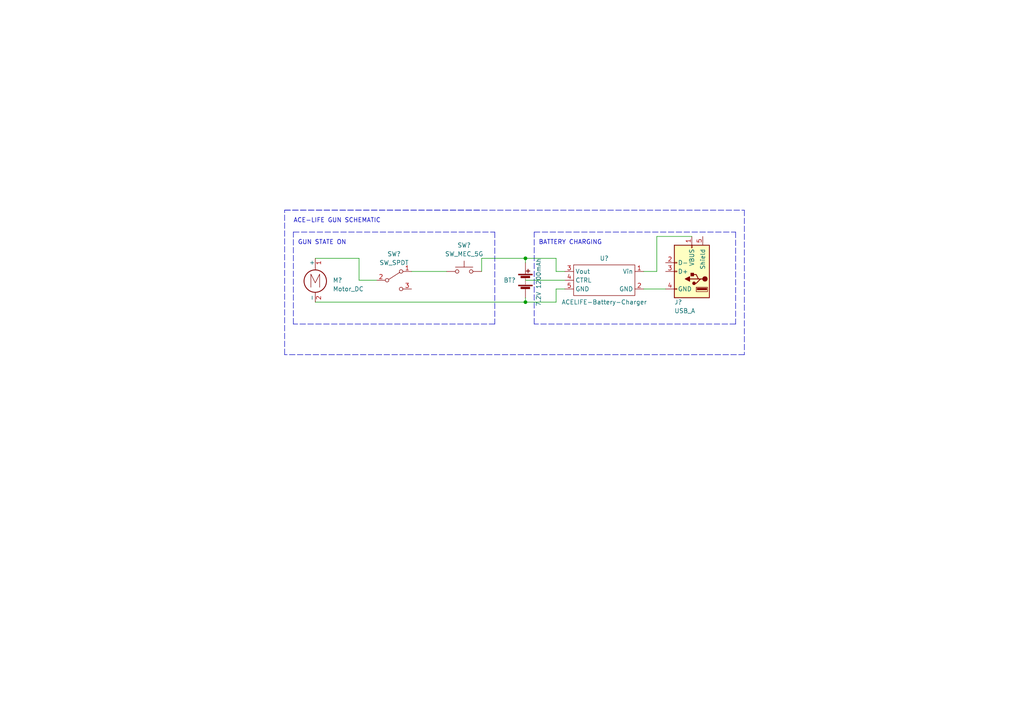
<source format=kicad_sch>
(kicad_sch (version 20211123) (generator eeschema)
  (paper "A4")
  (title_block (title "Water Gun Schematic") (date "2023-05-27") (company "JurGOn"))
  (lib_symbols
    (symbol "ACELIFE-Battery-Charger_1"
      (property "Reference" "U?" (at 0 10.16 0))
      (property "Value" "ACELIFE-Battery-Charger" (at 0 7.62 0))
      (symbol "ACELIFE-Battery-Charger_1_0_1"
        (rectangle (start 8.89 -4.445) (end -8.89 4.445))
      )
      (symbol "ACELIFE-Battery-Charger_1_1_1"
        (pin power_in line (at 11.43 2.54 180) (length 2.54) (name "Vin") (number "1"))
        (pin passive line (at 11.43 -2.54 180) (length 2.54) (name "GND") (number "2"))
        (pin power_out line (at -11.43 2.54 0) (length 2.54) (name "Vout") (number "3"))
        (pin passive line (at -11.43 0 0) (length 2.54) (name "CTRL") (number "4"))
        (pin passive line (at -11.43 -2.54 0) (length 2.54) (name "GND") (number "5"))
      )
    )
    (symbol "Battery_1" (pin_numbers hide) (pin_names (offset 0) hide)
      (property "Reference" "BT?" (at 3.81 1.6511 0))
      (property "Value" "Battery_1" (at 3.81 -0.8889 0))
      (symbol "Battery_1_0_1"
        (rectangle (start -2.032 -1.397) (end 2.032 -1.651) (fill (type outline)))
        (rectangle (start -2.032 1.778) (end 2.032 1.524) (fill (type outline)))
        (rectangle (start -1.3208 -1.9812) (end 1.27 -2.4892) (fill (type outline)))
        (rectangle (start -1.3208 1.1938) (end 1.27 0.6858) (fill (type outline)))
        (polyline (pts (xy 0 -1.524) (xy 0 -1.27)))
        (polyline (pts (xy 0 -1.016) (xy 0 -0.762)))
        (polyline (pts (xy 0 -0.508) (xy 0 -0.254)))
        (polyline (pts (xy 0 0) (xy 0 0.254)))
        (polyline (pts (xy 0 0.508) (xy 0 0.762)))
        (polyline (pts (xy 0 1.778) (xy 0 2.54)))
        (polyline (pts (xy 0.254 2.667) (xy 1.27 2.667)) (stroke (width 0.254)))
        (polyline (pts (xy 0.762 3.175) (xy 0.762 2.159)) (stroke (width 0.254)))
      )
      (symbol "Battery_1_1_1"
        (pin passive line (at 0 5.08 270) (length 2.54) (name "+") (number "1"))
        (pin passive line (at 0 -5.08 90) (length 2.54) (name "-") (number "2"))
      )
    )
    (symbol "Connector:USB_A" (pin_names (offset 1.016))
      (property "Reference" "J?" (at 8.89 1.2701 90))
      (property "Value" "USB_A" (at 8.89 -1.2699 90))
      (symbol "USB_A_0_1"
        (rectangle (start -5.08 -7.62) (end 5.08 7.62) (stroke (width 0.254)) (fill (type background)))
        (circle (center -3.81 2.159) (radius 0.635) (stroke (width 0.254)) (fill (type outline)))
        (rectangle (start -1.524 4.826) (end -4.318 5.334) (fill (type outline)))
        (rectangle (start -1.27 4.572) (end -4.572 5.842))
        (circle (center -0.635 3.429) (radius 0.381) (stroke (width 0.254)) (fill (type outline)))
        (rectangle (start -0.127 -7.62) (end 0.127 -6.858))
        (polyline (pts (xy -3.175 2.159) (xy -2.54 2.159) (xy -1.27 3.429) (xy -0.635 3.429)) (stroke (width 0.254)))
        (polyline (pts (xy -2.54 2.159) (xy -1.905 2.159) (xy -1.27 0.889) (xy 0 0.889)) (stroke (width 0.254)))
        (polyline (pts (xy 0.635 2.794) (xy 0.635 1.524) (xy 1.905 2.159) (xy 0.635 2.794)) (stroke (width 0.254)) (fill (type outline)))
        (rectangle (start 0.254 1.27) (end -0.508 0.508) (stroke (width 0.254)) (fill (type outline)))
        (rectangle (start 5.08 -2.667) (end 4.318 -2.413))
        (rectangle (start 5.08 -0.127) (end 4.318 0.127))
        (rectangle (start 5.08 4.953) (end 4.318 5.207))
      )
      (symbol "USB_A_1_1"
        (polyline (pts (xy -1.905 2.159) (xy 0.635 2.159)) (stroke (width 0.254)))
        (pin power_in line (at 0 -10.16 90) (length 2.54) (name "VBUS") (number "1"))
        (pin bidirectional line (at 7.62 -2.54 180) (length 2.54) (name "D-") (number "2"))
        (pin bidirectional line (at 7.62 0 180) (length 2.54) (name "D+") (number "3"))
        (pin power_in line (at 7.62 5.08 180) (length 2.54) (name "GND") (number "4"))
        (pin passive line (at -3.175 -10.16 90) (length 2.54) (name "Shield") (number "5"))
      )
    )
    (symbol "Motor:Motor_DC" (pin_names (offset 0))
      (property "Reference" "M" (at 2.54 2.54 0))
      (property "Value" "Motor_DC" (at 2.54 -5.08 0))
      (symbol "Motor_DC_0_0"
        (polyline (pts (xy -1.27 -3.302) (xy -1.27 0.508) (xy 0 -2.032) (xy 1.27 0.508) (xy 1.27 -3.302)))
      )
      (symbol "Motor_DC_0_1"
        (circle (center 0 -1.524) (radius 3.2512) (stroke (width 0.254)))
        (polyline (pts (xy 0 -7.62) (xy 0 -7.112)))
        (polyline (pts (xy 0 -4.7752) (xy 0 -5.1816)))
        (polyline (pts (xy 0 1.7272) (xy 0 2.0828)))
        (polyline (pts (xy 0 2.032) (xy 0 2.54)))
      )
      (symbol "Motor_DC_1_1"
        (pin passive line (at 0 5.08 270) (length 2.54) (name "+") (number "1"))
        (pin passive line (at 0 -7.62 90) (length 2.54) (name "-") (number "2"))
      )
    )
    (symbol "Switch:SW_MEC_5G" (pin_numbers hide) (pin_names (offset 1.016) hide)
      (property "Reference" "SW" (at 1.27 2.54 0))
      (property "Value" "SW_MEC_5G" (at 0 -1.524 0))
      (symbol "SW_MEC_5G_0_1"
        (circle (center -2.032 0) (radius 0.508))
        (polyline (pts (xy 0 1.27) (xy 0 3.048)))
        (polyline (pts (xy 2.54 1.27) (xy -2.54 1.27)))
        (circle (center 2.032 0) (radius 0.508))
        (pin passive line (at -5.08 0 0) (length 2.54) (name "A") (number "1"))
        (pin passive line (at 5.08 0 180) (length 2.54) (name "B") (number "3"))
      )
      (symbol "SW_MEC_5G_1_1"
        (pin passive line (at -5.08 0 0) (length 2.54) hide (name "A") (number "2"))
        (pin passive line (at 5.08 0 180) (length 2.54) hide (name "B") (number "4"))
      )
    )
    (symbol "Switch:SW_SPDT" (pin_names (offset 0) hide)
      (property "Reference" "SW" (at 0 4.318 0))
      (property "Value" "SW_SPDT" (at 0 -5.08 0))
      (symbol "SW_SPDT_0_0"
        (circle (center -2.032 0) (radius 0.508))
        (circle (center 2.032 -2.54) (radius 0.508))
      )
      (symbol "SW_SPDT_0_1"
        (polyline (pts (xy -1.524 0.254) (xy 1.651 2.286)))
        (circle (center 2.032 2.54) (radius 0.508))
      )
      (symbol "SW_SPDT_1_1"
        (pin passive line (at 5.08 2.54 180) (length 2.54) (name "A") (number "1"))
        (pin passive line (at -5.08 0 0) (length 2.54) (name "B") (number "2"))
        (pin passive line (at 5.08 -2.54 180) (length 2.54) (name "C") (number "3"))
      )
    )
  )
  (junction (at 152.4 74.93))
  (junction (at 152.4 87.63))
  (wire (pts (xy 104.14 81.28) (xy 104.14 74.93)))
  (wire (pts (xy 109.22 81.28) (xy 104.14 81.28)))
  (polyline (pts (xy 82.55 102.87) (xy 82.55 60.96)))
  (wire (pts (xy 190.5 68.58) (xy 190.5 78.74)))
  (wire (pts (xy 200.66 68.58) (xy 190.5 68.58)))
  (wire (pts (xy 91.44 87.63) (xy 152.4 87.63)))
  (polyline (pts (xy 85.09 93.98) (xy 85.09 67.31)))
  (polyline (pts (xy 143.51 93.98) (xy 85.09 93.98)))
  (wire (pts (xy 161.29 78.74) (xy 163.83 78.74)))
  (wire (pts (xy 139.7 74.93) (xy 139.7 78.74)))
  (wire (pts (xy 152.4 74.93) (xy 139.7 74.93)))
  (wire (pts (xy 161.29 83.82) (xy 161.29 87.63)))
  (wire (pts (xy 152.4 86.36) (xy 152.4 87.63)))
  (wire (pts (xy 119.38 78.74) (xy 129.54 78.74)))
  (wire (pts (xy 161.29 74.93) (xy 152.4 74.93)))
  (wire (pts (xy 161.29 74.93) (xy 161.29 78.74)))
  (wire (pts (xy 152.4 74.93) (xy 152.4 76.2)))
  (wire (pts (xy 161.29 87.63) (xy 152.4 87.63)))
  (polyline (pts (xy 213.36 67.31) (xy 213.36 93.98)))
  (polyline (pts (xy 85.09 67.31) (xy 143.51 67.31)))
  (wire (pts (xy 152.4 81.28) (xy 163.83 81.28)))
  (polyline (pts (xy 215.9 60.96) (xy 215.9 102.87)))
  (polyline (pts (xy 215.9 102.87) (xy 82.55 102.87)))
  (polyline (pts (xy 154.94 93.98) (xy 154.94 67.31)))
  (wire (pts (xy 190.5 78.74) (xy 186.69 78.74)))
  (wire (pts (xy 161.29 83.82) (xy 163.83 83.82)))
  (polyline (pts (xy 82.55 60.96) (xy 139.7 60.96)))
  (polyline (pts (xy 154.94 67.31) (xy 213.36 67.31)))
  (polyline (pts (xy 143.51 67.31) (xy 143.51 93.98)))
  (polyline (pts (xy 82.55 60.96) (xy 215.9 60.96)))
  (wire (pts (xy 186.69 83.82) (xy 193.04 83.82)))
  (polyline (pts (xy 213.36 93.98) (xy 154.94 93.98)))
  (wire (pts (xy 104.14 74.93) (xy 91.44 74.93)))
  (text "BATTERY CHARGING" (at 156.21 71.12 0) (effects (font (size 1.27 1.27)) (justify left bottom)))
  (text "GUN STATE ON" (at 86.36 71.12 0) (effects (font (size 1.27 1.27)) (justify left bottom)))
  (text "ACE-LIFE GUN SCHEMATIC" (at 85.09 64.77 0) (effects (font (size 1.27 1.27)) (justify left bottom)))
  (symbol (lib_id "Motor:Motor_DC") (at 91.44 80.01 0) (unit 1)
    (property "Reference" "M?" (at 96.52 81.2799 0) (effects (justify left)))
    (property "Value" "Motor_DC" (at 96.52 83.8199 0) (effects (justify left)))
  )
  (symbol (lib_name "ACELIFE-Battery-Charger_1") (lib_id "Custom_Lib:ACELIFE-Battery-Charger") (at 175.26 81.28 0) (unit 1)
    (property "Reference" "U?" (at 175.26 74.93 0))
    (property "Value" "ACELIFE-Battery-Charger" (at 175.26 87.63 0))
  )
  (symbol (lib_id "Connector:USB_A") (at 200.66 78.74 180) (unit 1)
    (property "Reference" "J?" (at 195.58 87.63 0) (effects (justify right)))
    (property "Value" "USB_A" (at 195.58 90.17 0) (effects (justify right)))
    (property "Datasheet" " ~" (effects hide))
  )
  (symbol (lib_name "Battery_1") (lib_id "Device:Battery") (at 152.4 81.28 0) (unit 1)
    (property "Reference" "BT?" (at 146.05 81.28 0) (effects (justify left)))
    (property "Value" "7.2V 1200mAh" (at 156.21 88.9 90) (effects (justify left)))
  )
  (symbol (lib_id "Switch:SW_MEC_5G") (at 134.62 78.74 0) (unit 1)
    (property "Reference" "SW?" (at 134.62 71.12 0))
    (property "Value" "SW_MEC_5G" (at 134.62 73.66 0))
    (property "Datasheet" "http://www.apem.com/int/index.php?controller=attachment&id_attachment=488" (effects hide))
  )
  (symbol (lib_id "Switch:SW_SPDT") (at 114.3 81.28 0) (unit 1)
    (property "Reference" "SW?" (at 114.3 73.66 0))
    (property "Value" "SW_SPDT" (at 114.3 76.2 0))
  )
)
</source>
